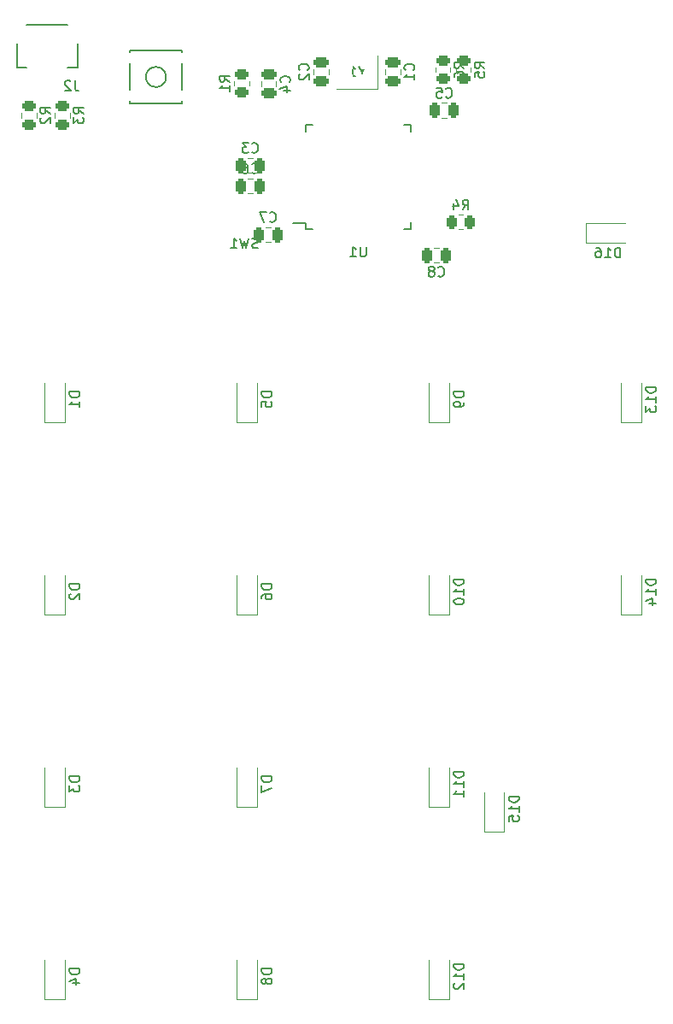
<source format=gbo>
G04 #@! TF.GenerationSoftware,KiCad,Pcbnew,(6.0.10)*
G04 #@! TF.CreationDate,2023-08-06T19:18:38-04:00*
G04 #@! TF.ProjectId,NugMacro-Keypad,4e75674d-6163-4726-9f2d-4b6579706164,V3*
G04 #@! TF.SameCoordinates,Original*
G04 #@! TF.FileFunction,Legend,Bot*
G04 #@! TF.FilePolarity,Positive*
%FSLAX46Y46*%
G04 Gerber Fmt 4.6, Leading zero omitted, Abs format (unit mm)*
G04 Created by KiCad (PCBNEW (6.0.10)) date 2023-08-06 19:18:38*
%MOMM*%
%LPD*%
G01*
G04 APERTURE LIST*
G04 Aperture macros list*
%AMRoundRect*
0 Rectangle with rounded corners*
0 $1 Rounding radius*
0 $2 $3 $4 $5 $6 $7 $8 $9 X,Y pos of 4 corners*
0 Add a 4 corners polygon primitive as box body*
4,1,4,$2,$3,$4,$5,$6,$7,$8,$9,$2,$3,0*
0 Add four circle primitives for the rounded corners*
1,1,$1+$1,$2,$3*
1,1,$1+$1,$4,$5*
1,1,$1+$1,$6,$7*
1,1,$1+$1,$8,$9*
0 Add four rect primitives between the rounded corners*
20,1,$1+$1,$2,$3,$4,$5,0*
20,1,$1+$1,$4,$5,$6,$7,0*
20,1,$1+$1,$6,$7,$8,$9,0*
20,1,$1+$1,$8,$9,$2,$3,0*%
%AMHorizOval*
0 Thick line with rounded ends*
0 $1 width*
0 $2 $3 position (X,Y) of the first rounded end (center of the circle)*
0 $4 $5 position (X,Y) of the second rounded end (center of the circle)*
0 Add line between two ends*
20,1,$1,$2,$3,$4,$5,0*
0 Add two circle primitives to create the rounded ends*
1,1,$1,$2,$3*
1,1,$1,$4,$5*%
G04 Aperture macros list end*
%ADD10C,0.150000*%
%ADD11C,0.120000*%
%ADD12C,3.987800*%
%ADD13C,1.750000*%
%ADD14HorizOval,2.250000X0.655001X0.730000X-0.655001X-0.730000X0*%
%ADD15C,2.250000*%
%ADD16HorizOval,2.250000X0.020000X0.290000X-0.020000X-0.290000X0*%
%ADD17R,2.000000X2.000000*%
%ADD18C,2.000000*%
%ADD19R,3.200000X2.000000*%
%ADD20C,3.048000*%
%ADD21HorizOval,2.250000X0.730000X-0.655001X-0.730000X0.655001X0*%
%ADD22HorizOval,2.250000X0.290000X-0.020000X-0.290000X0.020000X0*%
%ADD23R,1.700000X1.700000*%
%ADD24O,1.700000X1.700000*%
%ADD25RoundRect,0.250000X0.450000X-0.262500X0.450000X0.262500X-0.450000X0.262500X-0.450000X-0.262500X0*%
%ADD26R,1.200000X0.900000*%
%ADD27RoundRect,0.250000X0.475000X-0.250000X0.475000X0.250000X-0.475000X0.250000X-0.475000X-0.250000X0*%
%ADD28R,1.500000X0.550000*%
%ADD29R,0.550000X1.500000*%
%ADD30RoundRect,0.250000X0.262500X0.450000X-0.262500X0.450000X-0.262500X-0.450000X0.262500X-0.450000X0*%
%ADD31R,0.900000X1.200000*%
%ADD32R,1.200000X1.800000*%
%ADD33R,0.600000X1.550000*%
%ADD34RoundRect,0.250000X0.250000X0.475000X-0.250000X0.475000X-0.250000X-0.475000X0.250000X-0.475000X0*%
%ADD35RoundRect,0.250000X-0.450000X0.262500X-0.450000X-0.262500X0.450000X-0.262500X0.450000X0.262500X0*%
%ADD36R,1.800000X1.100000*%
%ADD37R,1.400000X1.200000*%
%ADD38RoundRect,0.250000X-0.475000X0.250000X-0.475000X-0.250000X0.475000X-0.250000X0.475000X0.250000X0*%
%ADD39RoundRect,0.250000X-0.250000X-0.475000X0.250000X-0.475000X0.250000X0.475000X-0.250000X0.475000X0*%
G04 APERTURE END LIST*
D10*
G04 #@! TO.C,R3*
X123753780Y-52356803D02*
X123277590Y-52023470D01*
X123753780Y-51785374D02*
X122753780Y-51785374D01*
X122753780Y-52166327D01*
X122801400Y-52261565D01*
X122849019Y-52309184D01*
X122944257Y-52356803D01*
X123087114Y-52356803D01*
X123182352Y-52309184D01*
X123229971Y-52261565D01*
X123277590Y-52166327D01*
X123277590Y-51785374D01*
X122753780Y-52690136D02*
X122753780Y-53309184D01*
X123134733Y-52975850D01*
X123134733Y-53118708D01*
X123182352Y-53213946D01*
X123229971Y-53261565D01*
X123325209Y-53309184D01*
X123563304Y-53309184D01*
X123658542Y-53261565D01*
X123706161Y-53213946D01*
X123753780Y-53118708D01*
X123753780Y-52832993D01*
X123706161Y-52737755D01*
X123658542Y-52690136D01*
G04 #@! TO.C,D3*
X123356745Y-118008404D02*
X122356745Y-118008404D01*
X122356745Y-118246500D01*
X122404365Y-118389357D01*
X122499603Y-118484595D01*
X122594841Y-118532214D01*
X122785317Y-118579833D01*
X122928174Y-118579833D01*
X123118650Y-118532214D01*
X123213888Y-118484595D01*
X123309126Y-118389357D01*
X123356745Y-118246500D01*
X123356745Y-118008404D01*
X122356745Y-118913166D02*
X122356745Y-119532214D01*
X122737698Y-119198880D01*
X122737698Y-119341738D01*
X122785317Y-119436976D01*
X122832936Y-119484595D01*
X122928174Y-119532214D01*
X123166269Y-119532214D01*
X123261507Y-119484595D01*
X123309126Y-119436976D01*
X123356745Y-119341738D01*
X123356745Y-119056023D01*
X123309126Y-118960785D01*
X123261507Y-118913166D01*
G04 #@! TO.C,D4*
X123356745Y-137058444D02*
X122356745Y-137058444D01*
X122356745Y-137296540D01*
X122404365Y-137439397D01*
X122499603Y-137534635D01*
X122594841Y-137582254D01*
X122785317Y-137629873D01*
X122928174Y-137629873D01*
X123118650Y-137582254D01*
X123213888Y-137534635D01*
X123309126Y-137439397D01*
X123356745Y-137296540D01*
X123356745Y-137058444D01*
X122690079Y-138487016D02*
X123356745Y-138487016D01*
X122309126Y-138248920D02*
X123023412Y-138010825D01*
X123023412Y-138629873D01*
G04 #@! TO.C,C4*
X144135542Y-49242803D02*
X144183161Y-49195184D01*
X144230780Y-49052327D01*
X144230780Y-48957089D01*
X144183161Y-48814231D01*
X144087923Y-48718993D01*
X143992685Y-48671374D01*
X143802209Y-48623755D01*
X143659352Y-48623755D01*
X143468876Y-48671374D01*
X143373638Y-48718993D01*
X143278400Y-48814231D01*
X143230780Y-48957089D01*
X143230780Y-49052327D01*
X143278400Y-49195184D01*
X143326019Y-49242803D01*
X143564114Y-50099946D02*
X144230780Y-50099946D01*
X143183161Y-49861850D02*
X143897447Y-49623755D01*
X143897447Y-50242803D01*
G04 #@! TO.C,D8*
X142406380Y-137058044D02*
X141406380Y-137058044D01*
X141406380Y-137296140D01*
X141454000Y-137438997D01*
X141549238Y-137534235D01*
X141644476Y-137581854D01*
X141834952Y-137629473D01*
X141977809Y-137629473D01*
X142168285Y-137581854D01*
X142263523Y-137534235D01*
X142358761Y-137438997D01*
X142406380Y-137296140D01*
X142406380Y-137058044D01*
X141834952Y-138200901D02*
X141787333Y-138105663D01*
X141739714Y-138058044D01*
X141644476Y-138010425D01*
X141596857Y-138010425D01*
X141501619Y-138058044D01*
X141454000Y-138105663D01*
X141406380Y-138200901D01*
X141406380Y-138391378D01*
X141454000Y-138486616D01*
X141501619Y-138534235D01*
X141596857Y-138581854D01*
X141644476Y-138581854D01*
X141739714Y-138534235D01*
X141787333Y-138486616D01*
X141834952Y-138391378D01*
X141834952Y-138200901D01*
X141882571Y-138105663D01*
X141930190Y-138058044D01*
X142025428Y-138010425D01*
X142215904Y-138010425D01*
X142311142Y-138058044D01*
X142358761Y-138105663D01*
X142406380Y-138200901D01*
X142406380Y-138391378D01*
X142358761Y-138486616D01*
X142311142Y-138534235D01*
X142215904Y-138581854D01*
X142025428Y-138581854D01*
X141930190Y-138534235D01*
X141882571Y-138486616D01*
X141834952Y-138391378D01*
G04 #@! TO.C,U1*
X151750304Y-65521850D02*
X151750304Y-66331374D01*
X151702685Y-66426612D01*
X151655066Y-66474231D01*
X151559828Y-66521850D01*
X151369352Y-66521850D01*
X151274114Y-66474231D01*
X151226495Y-66426612D01*
X151178876Y-66331374D01*
X151178876Y-65521850D01*
X150178876Y-66521850D02*
X150750304Y-66521850D01*
X150464590Y-66521850D02*
X150464590Y-65521850D01*
X150559828Y-65664708D01*
X150655066Y-65759946D01*
X150750304Y-65807565D01*
G04 #@! TO.C,R4*
X161315066Y-61866850D02*
X161648400Y-61390660D01*
X161886495Y-61866850D02*
X161886495Y-60866850D01*
X161505542Y-60866850D01*
X161410304Y-60914470D01*
X161362685Y-60962089D01*
X161315066Y-61057327D01*
X161315066Y-61200184D01*
X161362685Y-61295422D01*
X161410304Y-61343041D01*
X161505542Y-61390660D01*
X161886495Y-61390660D01*
X160457923Y-61200184D02*
X160457923Y-61866850D01*
X160696019Y-60819231D02*
X160934114Y-61533517D01*
X160315066Y-61533517D01*
G04 #@! TO.C,R2*
X120451780Y-52356803D02*
X119975590Y-52023470D01*
X120451780Y-51785374D02*
X119451780Y-51785374D01*
X119451780Y-52166327D01*
X119499400Y-52261565D01*
X119547019Y-52309184D01*
X119642257Y-52356803D01*
X119785114Y-52356803D01*
X119880352Y-52309184D01*
X119927971Y-52261565D01*
X119975590Y-52166327D01*
X119975590Y-51785374D01*
X119547019Y-52737755D02*
X119499400Y-52785374D01*
X119451780Y-52880612D01*
X119451780Y-53118708D01*
X119499400Y-53213946D01*
X119547019Y-53261565D01*
X119642257Y-53309184D01*
X119737495Y-53309184D01*
X119880352Y-53261565D01*
X120451780Y-52690136D01*
X120451780Y-53309184D01*
G04 #@! TO.C,D15*
X166902780Y-119989184D02*
X165902780Y-119989184D01*
X165902780Y-120227279D01*
X165950400Y-120370136D01*
X166045638Y-120465374D01*
X166140876Y-120512993D01*
X166331352Y-120560612D01*
X166474209Y-120560612D01*
X166664685Y-120512993D01*
X166759923Y-120465374D01*
X166855161Y-120370136D01*
X166902780Y-120227279D01*
X166902780Y-119989184D01*
X166902780Y-121512993D02*
X166902780Y-120941565D01*
X166902780Y-121227279D02*
X165902780Y-121227279D01*
X166045638Y-121132041D01*
X166140876Y-121036803D01*
X166188495Y-120941565D01*
X165902780Y-122417755D02*
X165902780Y-121941565D01*
X166378971Y-121893946D01*
X166331352Y-121941565D01*
X166283733Y-122036803D01*
X166283733Y-122274898D01*
X166331352Y-122370136D01*
X166378971Y-122417755D01*
X166474209Y-122465374D01*
X166712304Y-122465374D01*
X166807542Y-122417755D01*
X166855161Y-122370136D01*
X166902780Y-122274898D01*
X166902780Y-122036803D01*
X166855161Y-121941565D01*
X166807542Y-121893946D01*
G04 #@! TO.C,D16*
X176967685Y-66605850D02*
X176967685Y-65605850D01*
X176729590Y-65605850D01*
X176586733Y-65653470D01*
X176491495Y-65748708D01*
X176443876Y-65843946D01*
X176396257Y-66034422D01*
X176396257Y-66177279D01*
X176443876Y-66367755D01*
X176491495Y-66462993D01*
X176586733Y-66558231D01*
X176729590Y-66605850D01*
X176967685Y-66605850D01*
X175443876Y-66605850D02*
X176015304Y-66605850D01*
X175729590Y-66605850D02*
X175729590Y-65605850D01*
X175824828Y-65748708D01*
X175920066Y-65843946D01*
X176015304Y-65891565D01*
X174586733Y-65605850D02*
X174777209Y-65605850D01*
X174872447Y-65653470D01*
X174920066Y-65701089D01*
X175015304Y-65843946D01*
X175062923Y-66034422D01*
X175062923Y-66415374D01*
X175015304Y-66510612D01*
X174967685Y-66558231D01*
X174872447Y-66605850D01*
X174681971Y-66605850D01*
X174586733Y-66558231D01*
X174539114Y-66510612D01*
X174491495Y-66415374D01*
X174491495Y-66177279D01*
X174539114Y-66082041D01*
X174586733Y-66034422D01*
X174681971Y-65986803D01*
X174872447Y-65986803D01*
X174967685Y-66034422D01*
X175015304Y-66082041D01*
X175062923Y-66177279D01*
G04 #@! TO.C,J2*
X122873733Y-49077850D02*
X122873733Y-49792136D01*
X122921352Y-49934993D01*
X123016590Y-50030231D01*
X123159447Y-50077850D01*
X123254685Y-50077850D01*
X122445161Y-49173089D02*
X122397542Y-49125470D01*
X122302304Y-49077850D01*
X122064209Y-49077850D01*
X121968971Y-49125470D01*
X121921352Y-49173089D01*
X121873733Y-49268327D01*
X121873733Y-49363565D01*
X121921352Y-49506422D01*
X122492780Y-50077850D01*
X121873733Y-50077850D01*
G04 #@! TO.C,C3*
X140426066Y-56153612D02*
X140473685Y-56201231D01*
X140616542Y-56248850D01*
X140711780Y-56248850D01*
X140854638Y-56201231D01*
X140949876Y-56105993D01*
X140997495Y-56010755D01*
X141045114Y-55820279D01*
X141045114Y-55677422D01*
X140997495Y-55486946D01*
X140949876Y-55391708D01*
X140854638Y-55296470D01*
X140711780Y-55248850D01*
X140616542Y-55248850D01*
X140473685Y-55296470D01*
X140426066Y-55344089D01*
X140092733Y-55248850D02*
X139473685Y-55248850D01*
X139807019Y-55629803D01*
X139664161Y-55629803D01*
X139568923Y-55677422D01*
X139521304Y-55725041D01*
X139473685Y-55820279D01*
X139473685Y-56058374D01*
X139521304Y-56153612D01*
X139568923Y-56201231D01*
X139664161Y-56248850D01*
X139949876Y-56248850D01*
X140045114Y-56201231D01*
X140092733Y-56153612D01*
G04 #@! TO.C,R6*
X161472780Y-47839303D02*
X160996590Y-47505970D01*
X161472780Y-47267874D02*
X160472780Y-47267874D01*
X160472780Y-47648827D01*
X160520400Y-47744065D01*
X160568019Y-47791684D01*
X160663257Y-47839303D01*
X160806114Y-47839303D01*
X160901352Y-47791684D01*
X160948971Y-47744065D01*
X160996590Y-47648827D01*
X160996590Y-47267874D01*
X160472780Y-48696446D02*
X160472780Y-48505970D01*
X160520400Y-48410731D01*
X160568019Y-48363112D01*
X160710876Y-48267874D01*
X160901352Y-48220255D01*
X161282304Y-48220255D01*
X161377542Y-48267874D01*
X161425161Y-48315493D01*
X161472780Y-48410731D01*
X161472780Y-48601208D01*
X161425161Y-48696446D01*
X161377542Y-48744065D01*
X161282304Y-48791684D01*
X161044209Y-48791684D01*
X160948971Y-48744065D01*
X160901352Y-48696446D01*
X160853733Y-48601208D01*
X160853733Y-48410731D01*
X160901352Y-48315493D01*
X160948971Y-48267874D01*
X161044209Y-48220255D01*
G04 #@! TO.C,D14*
X180506815Y-98482114D02*
X179506815Y-98482114D01*
X179506815Y-98720209D01*
X179554435Y-98863066D01*
X179649673Y-98958304D01*
X179744911Y-99005923D01*
X179935387Y-99053542D01*
X180078244Y-99053542D01*
X180268720Y-99005923D01*
X180363958Y-98958304D01*
X180459196Y-98863066D01*
X180506815Y-98720209D01*
X180506815Y-98482114D01*
X180506815Y-100005923D02*
X180506815Y-99434495D01*
X180506815Y-99720209D02*
X179506815Y-99720209D01*
X179649673Y-99624971D01*
X179744911Y-99529733D01*
X179792530Y-99434495D01*
X179840149Y-100863066D02*
X180506815Y-100863066D01*
X179459196Y-100624971D02*
X180173482Y-100386876D01*
X180173482Y-101005923D01*
G04 #@! TO.C,D10*
X161456380Y-98481714D02*
X160456380Y-98481714D01*
X160456380Y-98719809D01*
X160504000Y-98862666D01*
X160599238Y-98957904D01*
X160694476Y-99005523D01*
X160884952Y-99053142D01*
X161027809Y-99053142D01*
X161218285Y-99005523D01*
X161313523Y-98957904D01*
X161408761Y-98862666D01*
X161456380Y-98719809D01*
X161456380Y-98481714D01*
X161456380Y-100005523D02*
X161456380Y-99434095D01*
X161456380Y-99719809D02*
X160456380Y-99719809D01*
X160599238Y-99624571D01*
X160694476Y-99529333D01*
X160742095Y-99434095D01*
X160456380Y-100624571D02*
X160456380Y-100719809D01*
X160504000Y-100815047D01*
X160551619Y-100862666D01*
X160646857Y-100910285D01*
X160837333Y-100957904D01*
X161075428Y-100957904D01*
X161265904Y-100910285D01*
X161361142Y-100862666D01*
X161408761Y-100815047D01*
X161456380Y-100719809D01*
X161456380Y-100624571D01*
X161408761Y-100529333D01*
X161361142Y-100481714D01*
X161265904Y-100434095D01*
X161075428Y-100386476D01*
X160837333Y-100386476D01*
X160646857Y-100434095D01*
X160551619Y-100481714D01*
X160504000Y-100529333D01*
X160456380Y-100624571D01*
G04 #@! TO.C,R1*
X138233780Y-49181803D02*
X137757590Y-48848470D01*
X138233780Y-48610374D02*
X137233780Y-48610374D01*
X137233780Y-48991327D01*
X137281400Y-49086565D01*
X137329019Y-49134184D01*
X137424257Y-49181803D01*
X137567114Y-49181803D01*
X137662352Y-49134184D01*
X137709971Y-49086565D01*
X137757590Y-48991327D01*
X137757590Y-48610374D01*
X138233780Y-50134184D02*
X138233780Y-49562755D01*
X138233780Y-49848470D02*
X137233780Y-49848470D01*
X137376638Y-49753231D01*
X137471876Y-49657993D01*
X137519495Y-49562755D01*
G04 #@! TO.C,SW1*
X141018733Y-65628231D02*
X140875876Y-65675850D01*
X140637780Y-65675850D01*
X140542542Y-65628231D01*
X140494923Y-65580612D01*
X140447304Y-65485374D01*
X140447304Y-65390136D01*
X140494923Y-65294898D01*
X140542542Y-65247279D01*
X140637780Y-65199660D01*
X140828257Y-65152041D01*
X140923495Y-65104422D01*
X140971114Y-65056803D01*
X141018733Y-64961565D01*
X141018733Y-64866327D01*
X140971114Y-64771089D01*
X140923495Y-64723470D01*
X140828257Y-64675850D01*
X140590161Y-64675850D01*
X140447304Y-64723470D01*
X140113971Y-64675850D02*
X139875876Y-65675850D01*
X139685400Y-64961565D01*
X139494923Y-65675850D01*
X139256828Y-64675850D01*
X138352066Y-65675850D02*
X138923495Y-65675850D01*
X138637780Y-65675850D02*
X138637780Y-64675850D01*
X138733019Y-64818708D01*
X138828257Y-64913946D01*
X138923495Y-64961565D01*
G04 #@! TO.C,D6*
X142406380Y-98957904D02*
X141406380Y-98957904D01*
X141406380Y-99196000D01*
X141454000Y-99338857D01*
X141549238Y-99434095D01*
X141644476Y-99481714D01*
X141834952Y-99529333D01*
X141977809Y-99529333D01*
X142168285Y-99481714D01*
X142263523Y-99434095D01*
X142358761Y-99338857D01*
X142406380Y-99196000D01*
X142406380Y-98957904D01*
X141406380Y-100386476D02*
X141406380Y-100196000D01*
X141454000Y-100100761D01*
X141501619Y-100053142D01*
X141644476Y-99957904D01*
X141834952Y-99910285D01*
X142215904Y-99910285D01*
X142311142Y-99957904D01*
X142358761Y-100005523D01*
X142406380Y-100100761D01*
X142406380Y-100291238D01*
X142358761Y-100386476D01*
X142311142Y-100434095D01*
X142215904Y-100481714D01*
X141977809Y-100481714D01*
X141882571Y-100434095D01*
X141834952Y-100386476D01*
X141787333Y-100291238D01*
X141787333Y-100100761D01*
X141834952Y-100005523D01*
X141882571Y-99957904D01*
X141977809Y-99910285D01*
G04 #@! TO.C,C1*
X156454542Y-48038803D02*
X156502161Y-47991184D01*
X156549780Y-47848327D01*
X156549780Y-47753089D01*
X156502161Y-47610231D01*
X156406923Y-47514993D01*
X156311685Y-47467374D01*
X156121209Y-47419755D01*
X155978352Y-47419755D01*
X155787876Y-47467374D01*
X155692638Y-47514993D01*
X155597400Y-47610231D01*
X155549780Y-47753089D01*
X155549780Y-47848327D01*
X155597400Y-47991184D01*
X155645019Y-48038803D01*
X156549780Y-48991184D02*
X156549780Y-48419755D01*
X156549780Y-48705470D02*
X155549780Y-48705470D01*
X155692638Y-48610231D01*
X155787876Y-48514993D01*
X155835495Y-48419755D01*
G04 #@! TO.C,D12*
X161456380Y-136581854D02*
X160456380Y-136581854D01*
X160456380Y-136819949D01*
X160504000Y-136962806D01*
X160599238Y-137058044D01*
X160694476Y-137105663D01*
X160884952Y-137153282D01*
X161027809Y-137153282D01*
X161218285Y-137105663D01*
X161313523Y-137058044D01*
X161408761Y-136962806D01*
X161456380Y-136819949D01*
X161456380Y-136581854D01*
X161456380Y-138105663D02*
X161456380Y-137534235D01*
X161456380Y-137819949D02*
X160456380Y-137819949D01*
X160599238Y-137724711D01*
X160694476Y-137629473D01*
X160742095Y-137534235D01*
X160551619Y-138486616D02*
X160504000Y-138534235D01*
X160456380Y-138629473D01*
X160456380Y-138867568D01*
X160504000Y-138962806D01*
X160551619Y-139010425D01*
X160646857Y-139058044D01*
X160742095Y-139058044D01*
X160884952Y-139010425D01*
X161456380Y-138438997D01*
X161456380Y-139058044D01*
G04 #@! TO.C,Y1*
X151337590Y-48181660D02*
X151337590Y-48657850D01*
X151670923Y-47657850D02*
X151337590Y-48181660D01*
X151004257Y-47657850D01*
X150147114Y-48657850D02*
X150718542Y-48657850D01*
X150432828Y-48657850D02*
X150432828Y-47657850D01*
X150528066Y-47800708D01*
X150623304Y-47895946D01*
X150718542Y-47943565D01*
G04 #@! TO.C,C2*
X145982542Y-48038803D02*
X146030161Y-47991184D01*
X146077780Y-47848327D01*
X146077780Y-47753089D01*
X146030161Y-47610231D01*
X145934923Y-47514993D01*
X145839685Y-47467374D01*
X145649209Y-47419755D01*
X145506352Y-47419755D01*
X145315876Y-47467374D01*
X145220638Y-47514993D01*
X145125400Y-47610231D01*
X145077780Y-47753089D01*
X145077780Y-47848327D01*
X145125400Y-47991184D01*
X145173019Y-48038803D01*
X145173019Y-48419755D02*
X145125400Y-48467374D01*
X145077780Y-48562612D01*
X145077780Y-48800708D01*
X145125400Y-48895946D01*
X145173019Y-48943565D01*
X145268257Y-48991184D01*
X145363495Y-48991184D01*
X145506352Y-48943565D01*
X146077780Y-48372136D01*
X146077780Y-48991184D01*
G04 #@! TO.C,D9*
X161456815Y-79908304D02*
X160456815Y-79908304D01*
X160456815Y-80146400D01*
X160504435Y-80289257D01*
X160599673Y-80384495D01*
X160694911Y-80432114D01*
X160885387Y-80479733D01*
X161028244Y-80479733D01*
X161218720Y-80432114D01*
X161313958Y-80384495D01*
X161409196Y-80289257D01*
X161456815Y-80146400D01*
X161456815Y-79908304D01*
X161456815Y-80955923D02*
X161456815Y-81146400D01*
X161409196Y-81241638D01*
X161361577Y-81289257D01*
X161218720Y-81384495D01*
X161028244Y-81432114D01*
X160647292Y-81432114D01*
X160552054Y-81384495D01*
X160504435Y-81336876D01*
X160456815Y-81241638D01*
X160456815Y-81051161D01*
X160504435Y-80955923D01*
X160552054Y-80908304D01*
X160647292Y-80860685D01*
X160885387Y-80860685D01*
X160980625Y-80908304D01*
X161028244Y-80955923D01*
X161075863Y-81051161D01*
X161075863Y-81241638D01*
X161028244Y-81336876D01*
X160980625Y-81384495D01*
X160885387Y-81432114D01*
G04 #@! TO.C,D11*
X161456380Y-117531814D02*
X160456380Y-117531814D01*
X160456380Y-117769909D01*
X160504000Y-117912766D01*
X160599238Y-118008004D01*
X160694476Y-118055623D01*
X160884952Y-118103242D01*
X161027809Y-118103242D01*
X161218285Y-118055623D01*
X161313523Y-118008004D01*
X161408761Y-117912766D01*
X161456380Y-117769909D01*
X161456380Y-117531814D01*
X161456380Y-119055623D02*
X161456380Y-118484195D01*
X161456380Y-118769909D02*
X160456380Y-118769909D01*
X160599238Y-118674671D01*
X160694476Y-118579433D01*
X160742095Y-118484195D01*
X161456380Y-120008004D02*
X161456380Y-119436576D01*
X161456380Y-119722290D02*
X160456380Y-119722290D01*
X160599238Y-119627052D01*
X160694476Y-119531814D01*
X160742095Y-119436576D01*
G04 #@! TO.C,D5*
X142406715Y-79908304D02*
X141406715Y-79908304D01*
X141406715Y-80146400D01*
X141454335Y-80289257D01*
X141549573Y-80384495D01*
X141644811Y-80432114D01*
X141835287Y-80479733D01*
X141978144Y-80479733D01*
X142168620Y-80432114D01*
X142263858Y-80384495D01*
X142359096Y-80289257D01*
X142406715Y-80146400D01*
X142406715Y-79908304D01*
X141406715Y-81384495D02*
X141406715Y-80908304D01*
X141882906Y-80860685D01*
X141835287Y-80908304D01*
X141787668Y-81003542D01*
X141787668Y-81241638D01*
X141835287Y-81336876D01*
X141882906Y-81384495D01*
X141978144Y-81432114D01*
X142216239Y-81432114D01*
X142311477Y-81384495D01*
X142359096Y-81336876D01*
X142406715Y-81241638D01*
X142406715Y-81003542D01*
X142359096Y-80908304D01*
X142311477Y-80860685D01*
G04 #@! TO.C,D1*
X123356745Y-79908304D02*
X122356745Y-79908304D01*
X122356745Y-80146400D01*
X122404365Y-80289257D01*
X122499603Y-80384495D01*
X122594841Y-80432114D01*
X122785317Y-80479733D01*
X122928174Y-80479733D01*
X123118650Y-80432114D01*
X123213888Y-80384495D01*
X123309126Y-80289257D01*
X123356745Y-80146400D01*
X123356745Y-79908304D01*
X123356745Y-81432114D02*
X123356745Y-80860685D01*
X123356745Y-81146400D02*
X122356745Y-81146400D01*
X122499603Y-81051161D01*
X122594841Y-80955923D01*
X122642460Y-80860685D01*
G04 #@! TO.C,C6*
X140426066Y-58185612D02*
X140473685Y-58233231D01*
X140616542Y-58280850D01*
X140711780Y-58280850D01*
X140854638Y-58233231D01*
X140949876Y-58137993D01*
X140997495Y-58042755D01*
X141045114Y-57852279D01*
X141045114Y-57709422D01*
X140997495Y-57518946D01*
X140949876Y-57423708D01*
X140854638Y-57328470D01*
X140711780Y-57280850D01*
X140616542Y-57280850D01*
X140473685Y-57328470D01*
X140426066Y-57376089D01*
X139568923Y-57280850D02*
X139759400Y-57280850D01*
X139854638Y-57328470D01*
X139902257Y-57376089D01*
X139997495Y-57518946D01*
X140045114Y-57709422D01*
X140045114Y-58090374D01*
X139997495Y-58185612D01*
X139949876Y-58233231D01*
X139854638Y-58280850D01*
X139664161Y-58280850D01*
X139568923Y-58233231D01*
X139521304Y-58185612D01*
X139473685Y-58090374D01*
X139473685Y-57852279D01*
X139521304Y-57757041D01*
X139568923Y-57709422D01*
X139664161Y-57661803D01*
X139854638Y-57661803D01*
X139949876Y-57709422D01*
X139997495Y-57757041D01*
X140045114Y-57852279D01*
G04 #@! TO.C,C8*
X158902066Y-68403612D02*
X158949685Y-68451231D01*
X159092542Y-68498850D01*
X159187780Y-68498850D01*
X159330638Y-68451231D01*
X159425876Y-68355993D01*
X159473495Y-68260755D01*
X159521114Y-68070279D01*
X159521114Y-67927422D01*
X159473495Y-67736946D01*
X159425876Y-67641708D01*
X159330638Y-67546470D01*
X159187780Y-67498850D01*
X159092542Y-67498850D01*
X158949685Y-67546470D01*
X158902066Y-67594089D01*
X158330638Y-67927422D02*
X158425876Y-67879803D01*
X158473495Y-67832184D01*
X158521114Y-67736946D01*
X158521114Y-67689327D01*
X158473495Y-67594089D01*
X158425876Y-67546470D01*
X158330638Y-67498850D01*
X158140161Y-67498850D01*
X158044923Y-67546470D01*
X157997304Y-67594089D01*
X157949685Y-67689327D01*
X157949685Y-67736946D01*
X157997304Y-67832184D01*
X158044923Y-67879803D01*
X158140161Y-67927422D01*
X158330638Y-67927422D01*
X158425876Y-67975041D01*
X158473495Y-68022660D01*
X158521114Y-68117898D01*
X158521114Y-68308374D01*
X158473495Y-68403612D01*
X158425876Y-68451231D01*
X158330638Y-68498850D01*
X158140161Y-68498850D01*
X158044923Y-68451231D01*
X157997304Y-68403612D01*
X157949685Y-68308374D01*
X157949685Y-68117898D01*
X157997304Y-68022660D01*
X158044923Y-67975041D01*
X158140161Y-67927422D01*
G04 #@! TO.C,D2*
X123356745Y-98958304D02*
X122356745Y-98958304D01*
X122356745Y-99196400D01*
X122404365Y-99339257D01*
X122499603Y-99434495D01*
X122594841Y-99482114D01*
X122785317Y-99529733D01*
X122928174Y-99529733D01*
X123118650Y-99482114D01*
X123213888Y-99434495D01*
X123309126Y-99339257D01*
X123356745Y-99196400D01*
X123356745Y-98958304D01*
X122451984Y-99910685D02*
X122404365Y-99958304D01*
X122356745Y-100053542D01*
X122356745Y-100291638D01*
X122404365Y-100386876D01*
X122451984Y-100434495D01*
X122547222Y-100482114D01*
X122642460Y-100482114D01*
X122785317Y-100434495D01*
X123356745Y-99863066D01*
X123356745Y-100482114D01*
G04 #@! TO.C,D7*
X142406715Y-118008404D02*
X141406715Y-118008404D01*
X141406715Y-118246500D01*
X141454335Y-118389357D01*
X141549573Y-118484595D01*
X141644811Y-118532214D01*
X141835287Y-118579833D01*
X141978144Y-118579833D01*
X142168620Y-118532214D01*
X142263858Y-118484595D01*
X142359096Y-118389357D01*
X142406715Y-118246500D01*
X142406715Y-118008404D01*
X141406715Y-118913166D02*
X141406715Y-119579833D01*
X142406715Y-119151261D01*
G04 #@! TO.C,C7*
X142204066Y-63011612D02*
X142251685Y-63059231D01*
X142394542Y-63106850D01*
X142489780Y-63106850D01*
X142632638Y-63059231D01*
X142727876Y-62963993D01*
X142775495Y-62868755D01*
X142823114Y-62678279D01*
X142823114Y-62535422D01*
X142775495Y-62344946D01*
X142727876Y-62249708D01*
X142632638Y-62154470D01*
X142489780Y-62106850D01*
X142394542Y-62106850D01*
X142251685Y-62154470D01*
X142204066Y-62202089D01*
X141870733Y-62106850D02*
X141204066Y-62106850D01*
X141632638Y-63106850D01*
G04 #@! TO.C,R5*
X163504780Y-47839303D02*
X163028590Y-47505970D01*
X163504780Y-47267874D02*
X162504780Y-47267874D01*
X162504780Y-47648827D01*
X162552400Y-47744065D01*
X162600019Y-47791684D01*
X162695257Y-47839303D01*
X162838114Y-47839303D01*
X162933352Y-47791684D01*
X162980971Y-47744065D01*
X163028590Y-47648827D01*
X163028590Y-47267874D01*
X162504780Y-48744065D02*
X162504780Y-48267874D01*
X162980971Y-48220255D01*
X162933352Y-48267874D01*
X162885733Y-48363112D01*
X162885733Y-48601208D01*
X162933352Y-48696446D01*
X162980971Y-48744065D01*
X163076209Y-48791684D01*
X163314304Y-48791684D01*
X163409542Y-48744065D01*
X163457161Y-48696446D01*
X163504780Y-48601208D01*
X163504780Y-48363112D01*
X163457161Y-48267874D01*
X163409542Y-48220255D01*
G04 #@! TO.C,C5*
X159664066Y-50692612D02*
X159711685Y-50740231D01*
X159854542Y-50787850D01*
X159949780Y-50787850D01*
X160092638Y-50740231D01*
X160187876Y-50644993D01*
X160235495Y-50549755D01*
X160283114Y-50359279D01*
X160283114Y-50216422D01*
X160235495Y-50025946D01*
X160187876Y-49930708D01*
X160092638Y-49835470D01*
X159949780Y-49787850D01*
X159854542Y-49787850D01*
X159711685Y-49835470D01*
X159664066Y-49883089D01*
X158759304Y-49787850D02*
X159235495Y-49787850D01*
X159283114Y-50264041D01*
X159235495Y-50216422D01*
X159140257Y-50168803D01*
X158902161Y-50168803D01*
X158806923Y-50216422D01*
X158759304Y-50264041D01*
X158711685Y-50359279D01*
X158711685Y-50597374D01*
X158759304Y-50692612D01*
X158806923Y-50740231D01*
X158902161Y-50787850D01*
X159140257Y-50787850D01*
X159235495Y-50740231D01*
X159283114Y-50692612D01*
G04 #@! TO.C,D13*
X180506380Y-79431714D02*
X179506380Y-79431714D01*
X179506380Y-79669809D01*
X179554000Y-79812666D01*
X179649238Y-79907904D01*
X179744476Y-79955523D01*
X179934952Y-80003142D01*
X180077809Y-80003142D01*
X180268285Y-79955523D01*
X180363523Y-79907904D01*
X180458761Y-79812666D01*
X180506380Y-79669809D01*
X180506380Y-79431714D01*
X180506380Y-80955523D02*
X180506380Y-80384095D01*
X180506380Y-80669809D02*
X179506380Y-80669809D01*
X179649238Y-80574571D01*
X179744476Y-80479333D01*
X179792095Y-80384095D01*
X179506380Y-81288857D02*
X179506380Y-81907904D01*
X179887333Y-81574571D01*
X179887333Y-81717428D01*
X179934952Y-81812666D01*
X179982571Y-81860285D01*
X180077809Y-81907904D01*
X180315904Y-81907904D01*
X180411142Y-81860285D01*
X180458761Y-81812666D01*
X180506380Y-81717428D01*
X180506380Y-81431714D01*
X180458761Y-81336476D01*
X180411142Y-81288857D01*
D11*
G04 #@! TO.C,R3*
X120916400Y-52750534D02*
X120916400Y-52296406D01*
X122386400Y-52750534D02*
X122386400Y-52296406D01*
G04 #@! TO.C,D3*
X121904365Y-120996500D02*
X121904365Y-117096500D01*
X119904365Y-120996500D02*
X119904365Y-117096500D01*
X121904365Y-120996500D02*
X119904365Y-120996500D01*
G04 #@! TO.C,D4*
X121904365Y-140046540D02*
X121904365Y-136146540D01*
X121904365Y-140046540D02*
X119904365Y-140046540D01*
X119904365Y-140046540D02*
X119904365Y-136146540D01*
G04 #@! TO.C,C4*
X141363400Y-49670722D02*
X141363400Y-49148218D01*
X142833400Y-49670722D02*
X142833400Y-49148218D01*
G04 #@! TO.C,D8*
X138954000Y-140046140D02*
X138954000Y-136146140D01*
X140954000Y-140046140D02*
X138954000Y-140046140D01*
X140954000Y-140046140D02*
X140954000Y-136146140D01*
D10*
G04 #@! TO.C,U1*
X156163400Y-53444470D02*
X156163400Y-54119470D01*
X145813400Y-53444470D02*
X146488400Y-53444470D01*
X145813400Y-53444470D02*
X145813400Y-54119470D01*
X145813400Y-63794470D02*
X145813400Y-63219470D01*
X145813400Y-63219470D02*
X144538400Y-63219470D01*
X156163400Y-63794470D02*
X155488400Y-63794470D01*
X145813400Y-63794470D02*
X146488400Y-63794470D01*
X156163400Y-53444470D02*
X155488400Y-53444470D01*
X156163400Y-63794470D02*
X156163400Y-63119470D01*
D11*
G04 #@! TO.C,R4*
X161375464Y-62329470D02*
X160921336Y-62329470D01*
X161375464Y-63799470D02*
X160921336Y-63799470D01*
G04 #@! TO.C,R2*
X119084400Y-52750534D02*
X119084400Y-52296406D01*
X117614400Y-52750534D02*
X117614400Y-52296406D01*
G04 #@! TO.C,D15*
X163450400Y-123453470D02*
X163450400Y-119553470D01*
X165450400Y-123453470D02*
X165450400Y-119553470D01*
X165450400Y-123453470D02*
X163450400Y-123453470D01*
G04 #@! TO.C,D16*
X173503400Y-65153470D02*
X177403400Y-65153470D01*
X173503400Y-63153470D02*
X177403400Y-63153470D01*
X173503400Y-65153470D02*
X173503400Y-63153470D01*
D10*
G04 #@! TO.C,J2*
X122127400Y-43579470D02*
X118127400Y-43579470D01*
X117127400Y-47779470D02*
X118127400Y-47779470D01*
X122127400Y-47779470D02*
X123127400Y-47779470D01*
X117127400Y-45379470D02*
X117127400Y-47779470D01*
X123127400Y-47779470D02*
X123127400Y-45379470D01*
D11*
G04 #@! TO.C,C3*
X140520652Y-58211470D02*
X139998148Y-58211470D01*
X140520652Y-56741470D02*
X139998148Y-56741470D01*
G04 #@! TO.C,R6*
X158635400Y-48233034D02*
X158635400Y-47778906D01*
X160105400Y-48233034D02*
X160105400Y-47778906D01*
G04 #@! TO.C,D14*
X177054435Y-101946400D02*
X177054435Y-98046400D01*
X179054435Y-101946400D02*
X177054435Y-101946400D01*
X179054435Y-101946400D02*
X179054435Y-98046400D01*
G04 #@! TO.C,D10*
X160004000Y-101946000D02*
X158004000Y-101946000D01*
X158004000Y-101946000D02*
X158004000Y-98046000D01*
X160004000Y-101946000D02*
X160004000Y-98046000D01*
G04 #@! TO.C,R1*
X138696400Y-49121406D02*
X138696400Y-49575534D01*
X140166400Y-49121406D02*
X140166400Y-49575534D01*
D10*
G04 #@! TO.C,SW1*
X133522400Y-46113470D02*
X128322400Y-46113470D01*
X128322400Y-46113470D02*
X128322400Y-51313470D01*
X128322400Y-51313470D02*
X133522400Y-51313470D01*
X133522400Y-51313470D02*
X133522400Y-46113470D01*
X131922400Y-48713470D02*
G75*
G03*
X131922400Y-48713470I-1000000J0D01*
G01*
D11*
G04 #@! TO.C,D6*
X140954000Y-101946000D02*
X138954000Y-101946000D01*
X140954000Y-101946000D02*
X140954000Y-98046000D01*
X138954000Y-101946000D02*
X138954000Y-98046000D01*
G04 #@! TO.C,C1*
X155152400Y-48466722D02*
X155152400Y-47944218D01*
X153682400Y-48466722D02*
X153682400Y-47944218D01*
G04 #@! TO.C,D12*
X160004000Y-140046140D02*
X158004000Y-140046140D01*
X160004000Y-140046140D02*
X160004000Y-136146140D01*
X158004000Y-140046140D02*
X158004000Y-136146140D01*
G04 #@! TO.C,Y1*
X152861400Y-46555470D02*
X152861400Y-49855470D01*
X152861400Y-49855470D02*
X148861400Y-49855470D01*
G04 #@! TO.C,C2*
X146570400Y-47944218D02*
X146570400Y-48466722D01*
X148040400Y-47944218D02*
X148040400Y-48466722D01*
G04 #@! TO.C,D9*
X158004435Y-82896400D02*
X158004435Y-78996400D01*
X160004435Y-82896400D02*
X158004435Y-82896400D01*
X160004435Y-82896400D02*
X160004435Y-78996400D01*
G04 #@! TO.C,D11*
X158004000Y-120996100D02*
X158004000Y-117096100D01*
X160004000Y-120996100D02*
X158004000Y-120996100D01*
X160004000Y-120996100D02*
X160004000Y-117096100D01*
G04 #@! TO.C,D5*
X138954335Y-82896400D02*
X138954335Y-78996400D01*
X140954335Y-82896400D02*
X140954335Y-78996400D01*
X140954335Y-82896400D02*
X138954335Y-82896400D01*
G04 #@! TO.C,D1*
X119904365Y-82896400D02*
X119904365Y-78996400D01*
X121904365Y-82896400D02*
X121904365Y-78996400D01*
X121904365Y-82896400D02*
X119904365Y-82896400D01*
G04 #@! TO.C,C6*
X140520652Y-60243470D02*
X139998148Y-60243470D01*
X140520652Y-58773470D02*
X139998148Y-58773470D01*
G04 #@! TO.C,C8*
X158474148Y-65631470D02*
X158996652Y-65631470D01*
X158474148Y-67101470D02*
X158996652Y-67101470D01*
G04 #@! TO.C,D2*
X119904365Y-101946400D02*
X119904365Y-98046400D01*
X121904365Y-101946400D02*
X119904365Y-101946400D01*
X121904365Y-101946400D02*
X121904365Y-98046400D01*
G04 #@! TO.C,D7*
X140954335Y-120996500D02*
X138954335Y-120996500D01*
X138954335Y-120996500D02*
X138954335Y-117096500D01*
X140954335Y-120996500D02*
X140954335Y-117096500D01*
G04 #@! TO.C,C7*
X142298652Y-63599470D02*
X141776148Y-63599470D01*
X142298652Y-65069470D02*
X141776148Y-65069470D01*
G04 #@! TO.C,R5*
X162137400Y-48233034D02*
X162137400Y-47778906D01*
X160667400Y-48233034D02*
X160667400Y-47778906D01*
G04 #@! TO.C,C5*
X159758652Y-51280470D02*
X159236148Y-51280470D01*
X159758652Y-52750470D02*
X159236148Y-52750470D01*
G04 #@! TO.C,D13*
X177054000Y-82896000D02*
X177054000Y-78996000D01*
X179054000Y-82896000D02*
X179054000Y-78996000D01*
X179054000Y-82896000D02*
X177054000Y-82896000D01*
G04 #@! TD*
%LPC*%
D12*
G04 #@! TO.C,MX14*
X171054435Y-92696400D03*
D13*
X176134435Y-92696400D03*
X165974435Y-92696400D03*
D14*
X167899436Y-89426400D03*
D15*
X168554435Y-88696400D03*
X173594435Y-87616400D03*
D16*
X173574435Y-87906400D03*
G04 #@! TD*
D13*
G04 #@! TO.C,MX1*
X118984365Y-73646400D03*
D12*
X113904365Y-73646400D03*
D13*
X108824365Y-73646400D03*
D15*
X111404365Y-69646400D03*
D14*
X110749366Y-70376400D03*
D15*
X116444365Y-68566400D03*
D16*
X116424365Y-68856400D03*
G04 #@! TD*
D13*
G04 #@! TO.C,MX7*
X127874335Y-111746500D03*
D12*
X132954335Y-111746500D03*
D13*
X138034335Y-111746500D03*
D15*
X130454335Y-107746500D03*
D14*
X129799336Y-108476500D03*
D15*
X135494335Y-106666500D03*
D16*
X135474335Y-106956500D03*
G04 #@! TD*
D13*
G04 #@! TO.C,MX13*
X165974435Y-73646400D03*
D12*
X171054435Y-73646400D03*
D13*
X176134435Y-73646400D03*
D15*
X168554435Y-69646400D03*
D14*
X167899436Y-70376400D03*
D15*
X173594435Y-68566400D03*
D16*
X173574435Y-68856400D03*
G04 #@! TD*
D12*
G04 #@! TO.C,MX8*
X132954335Y-130796540D03*
D13*
X138034335Y-130796540D03*
X127874335Y-130796540D03*
D15*
X130454335Y-126796540D03*
D14*
X129799336Y-127526540D03*
D16*
X135474335Y-126006540D03*
D15*
X135494335Y-125716540D03*
G04 #@! TD*
D13*
G04 #@! TO.C,MX10*
X157084435Y-92696400D03*
X146924435Y-92696400D03*
D12*
X152004435Y-92696400D03*
D14*
X148849436Y-89426400D03*
D15*
X149504435Y-88696400D03*
D16*
X154524435Y-87906400D03*
D15*
X154544435Y-87616400D03*
G04 #@! TD*
D13*
G04 #@! TO.C,MX2*
X108824365Y-92696400D03*
X118984365Y-92696400D03*
D12*
X113904365Y-92696400D03*
D14*
X110749366Y-89426400D03*
D15*
X111404365Y-88696400D03*
X116444365Y-87616400D03*
D16*
X116424365Y-87906400D03*
G04 #@! TD*
D12*
G04 #@! TO.C,MX12*
X152004435Y-130796540D03*
D13*
X146924435Y-130796540D03*
X157084435Y-130796540D03*
D14*
X148849436Y-127526540D03*
D15*
X149504435Y-126796540D03*
D16*
X154524435Y-126006540D03*
D15*
X154544435Y-125716540D03*
G04 #@! TD*
D13*
G04 #@! TO.C,MX11*
X146924435Y-111746500D03*
D12*
X152004435Y-111746500D03*
D13*
X157084435Y-111746500D03*
D15*
X149504435Y-107746500D03*
D14*
X148849436Y-108476500D03*
D16*
X154524435Y-106956500D03*
D15*
X154544435Y-106666500D03*
G04 #@! TD*
D17*
G04 #@! TO.C,SW2*
X162407400Y-52563470D03*
D18*
X162407400Y-57563470D03*
X162407400Y-55063470D03*
D19*
X169907400Y-49463470D03*
X169907400Y-60663470D03*
D18*
X176907400Y-57563470D03*
X176907400Y-52563470D03*
G04 #@! TD*
D20*
G04 #@! TO.C,MX15*
X178109850Y-133295470D03*
D12*
X171124850Y-121357470D03*
X162869850Y-133295470D03*
D13*
X171124850Y-126437470D03*
D20*
X178109850Y-109419470D03*
D12*
X162869850Y-109419470D03*
D13*
X171124850Y-116277470D03*
D21*
X174394850Y-118202471D03*
D15*
X175124850Y-118857470D03*
D22*
X175914850Y-123877470D03*
D15*
X176204850Y-123897470D03*
G04 #@! TD*
D13*
G04 #@! TO.C,MX3*
X108824365Y-111746500D03*
X118984365Y-111746500D03*
D12*
X113904365Y-111746500D03*
D15*
X111404365Y-107746500D03*
D14*
X110749366Y-108476500D03*
D15*
X116444365Y-106666500D03*
D16*
X116424365Y-106956500D03*
G04 #@! TD*
D13*
G04 #@! TO.C,MX4*
X118984365Y-130796540D03*
X108824365Y-130796540D03*
D12*
X113904365Y-130796540D03*
D14*
X110749366Y-127526540D03*
D15*
X111404365Y-126796540D03*
D16*
X116424365Y-126006540D03*
D15*
X116444365Y-125716540D03*
G04 #@! TD*
D23*
G04 #@! TO.C,J3*
X108204581Y-57575405D03*
D24*
X108204581Y-55035405D03*
X108204581Y-52495405D03*
X108204581Y-49955405D03*
G04 #@! TD*
D12*
G04 #@! TO.C,MX6*
X132954335Y-92696400D03*
D13*
X138034335Y-92696400D03*
X127874335Y-92696400D03*
D15*
X130454335Y-88696400D03*
D14*
X129799336Y-89426400D03*
D15*
X135494335Y-87616400D03*
D16*
X135474335Y-87906400D03*
G04 #@! TD*
D12*
G04 #@! TO.C,MX5*
X132954335Y-73646400D03*
D13*
X127874335Y-73646400D03*
X138034335Y-73646400D03*
D14*
X129799336Y-70376400D03*
D15*
X130454335Y-69646400D03*
X135494335Y-68566400D03*
D16*
X135474335Y-68856400D03*
G04 #@! TD*
D13*
G04 #@! TO.C,MX9*
X157084435Y-73646400D03*
D12*
X152004435Y-73646400D03*
D13*
X146924435Y-73646400D03*
D14*
X148849436Y-70376400D03*
D15*
X149504435Y-69646400D03*
X154544435Y-68566400D03*
D16*
X154524435Y-68856400D03*
G04 #@! TD*
D25*
G04 #@! TO.C,R3*
X121651400Y-53435970D03*
X121651400Y-51610970D03*
G04 #@! TD*
D26*
G04 #@! TO.C,D3*
X120904365Y-120396500D03*
X120904365Y-117096500D03*
G04 #@! TD*
G04 #@! TO.C,D4*
X120904365Y-139446540D03*
X120904365Y-136146540D03*
G04 #@! TD*
D27*
G04 #@! TO.C,C4*
X142098400Y-50359470D03*
X142098400Y-48459470D03*
G04 #@! TD*
D26*
G04 #@! TO.C,D8*
X139954000Y-139446140D03*
X139954000Y-136146140D03*
G04 #@! TD*
D28*
G04 #@! TO.C,U1*
X145288400Y-62619470D03*
X145288400Y-61819470D03*
X145288400Y-61019470D03*
X145288400Y-60219470D03*
X145288400Y-59419470D03*
X145288400Y-58619470D03*
X145288400Y-57819470D03*
X145288400Y-57019470D03*
X145288400Y-56219470D03*
X145288400Y-55419470D03*
X145288400Y-54619470D03*
D29*
X146988400Y-52919470D03*
X147788400Y-52919470D03*
X148588400Y-52919470D03*
X149388400Y-52919470D03*
X150188400Y-52919470D03*
X150988400Y-52919470D03*
X151788400Y-52919470D03*
X152588400Y-52919470D03*
X153388400Y-52919470D03*
X154188400Y-52919470D03*
X154988400Y-52919470D03*
D28*
X156688400Y-54619470D03*
X156688400Y-55419470D03*
X156688400Y-56219470D03*
X156688400Y-57019470D03*
X156688400Y-57819470D03*
X156688400Y-58619470D03*
X156688400Y-59419470D03*
X156688400Y-60219470D03*
X156688400Y-61019470D03*
X156688400Y-61819470D03*
X156688400Y-62619470D03*
D29*
X154988400Y-64319470D03*
X154188400Y-64319470D03*
X153388400Y-64319470D03*
X152588400Y-64319470D03*
X151788400Y-64319470D03*
X150988400Y-64319470D03*
X150188400Y-64319470D03*
X149388400Y-64319470D03*
X148588400Y-64319470D03*
X147788400Y-64319470D03*
X146988400Y-64319470D03*
G04 #@! TD*
D30*
G04 #@! TO.C,R4*
X162060900Y-63064470D03*
X160235900Y-63064470D03*
G04 #@! TD*
D25*
G04 #@! TO.C,R2*
X118349400Y-53435970D03*
X118349400Y-51610970D03*
G04 #@! TD*
D26*
G04 #@! TO.C,D15*
X164450400Y-122853470D03*
X164450400Y-119553470D03*
G04 #@! TD*
D31*
G04 #@! TO.C,D16*
X174103400Y-64153470D03*
X177403400Y-64153470D03*
G04 #@! TD*
D32*
G04 #@! TO.C,J2*
X117327400Y-44279470D03*
X122927400Y-44279470D03*
D33*
X118627400Y-48154470D03*
X119627400Y-48154470D03*
X120627400Y-48154470D03*
X121627400Y-48154470D03*
G04 #@! TD*
D34*
G04 #@! TO.C,C3*
X141209400Y-57476470D03*
X139309400Y-57476470D03*
G04 #@! TD*
D25*
G04 #@! TO.C,R6*
X159370400Y-48918470D03*
X159370400Y-47093470D03*
G04 #@! TD*
D26*
G04 #@! TO.C,D14*
X178054435Y-101346400D03*
X178054435Y-98046400D03*
G04 #@! TD*
G04 #@! TO.C,D10*
X159004000Y-101346000D03*
X159004000Y-98046000D03*
G04 #@! TD*
D35*
G04 #@! TO.C,R1*
X139431400Y-48435970D03*
X139431400Y-50260970D03*
G04 #@! TD*
D36*
G04 #@! TO.C,SW1*
X127822400Y-50563470D03*
X134022400Y-46863470D03*
X127822400Y-46863470D03*
X134022400Y-50563470D03*
G04 #@! TD*
D26*
G04 #@! TO.C,D6*
X139954000Y-101346000D03*
X139954000Y-98046000D03*
G04 #@! TD*
D27*
G04 #@! TO.C,C1*
X154417400Y-49155470D03*
X154417400Y-47255470D03*
G04 #@! TD*
D26*
G04 #@! TO.C,D12*
X159004000Y-139446140D03*
X159004000Y-136146140D03*
G04 #@! TD*
D37*
G04 #@! TO.C,Y1*
X151961400Y-49055470D03*
X149761400Y-49055470D03*
X149761400Y-47355470D03*
X151961400Y-47355470D03*
G04 #@! TD*
D38*
G04 #@! TO.C,C2*
X147305400Y-47255470D03*
X147305400Y-49155470D03*
G04 #@! TD*
D26*
G04 #@! TO.C,D9*
X159004435Y-82296400D03*
X159004435Y-78996400D03*
G04 #@! TD*
G04 #@! TO.C,D11*
X159004000Y-120396100D03*
X159004000Y-117096100D03*
G04 #@! TD*
G04 #@! TO.C,D5*
X139954335Y-82296400D03*
X139954335Y-78996400D03*
G04 #@! TD*
G04 #@! TO.C,D1*
X120904365Y-82296400D03*
X120904365Y-78996400D03*
G04 #@! TD*
D34*
G04 #@! TO.C,C6*
X141209400Y-59508470D03*
X139309400Y-59508470D03*
G04 #@! TD*
D39*
G04 #@! TO.C,C8*
X157785400Y-66366470D03*
X159685400Y-66366470D03*
G04 #@! TD*
D26*
G04 #@! TO.C,D2*
X120904365Y-101346400D03*
X120904365Y-98046400D03*
G04 #@! TD*
G04 #@! TO.C,D7*
X139954335Y-120396500D03*
X139954335Y-117096500D03*
G04 #@! TD*
D34*
G04 #@! TO.C,C7*
X142987400Y-64334470D03*
X141087400Y-64334470D03*
G04 #@! TD*
D25*
G04 #@! TO.C,R5*
X161402400Y-48918470D03*
X161402400Y-47093470D03*
G04 #@! TD*
D34*
G04 #@! TO.C,C5*
X160447400Y-52015470D03*
X158547400Y-52015470D03*
G04 #@! TD*
D26*
G04 #@! TO.C,D13*
X178054000Y-82296000D03*
X178054000Y-78996000D03*
G04 #@! TD*
M02*

</source>
